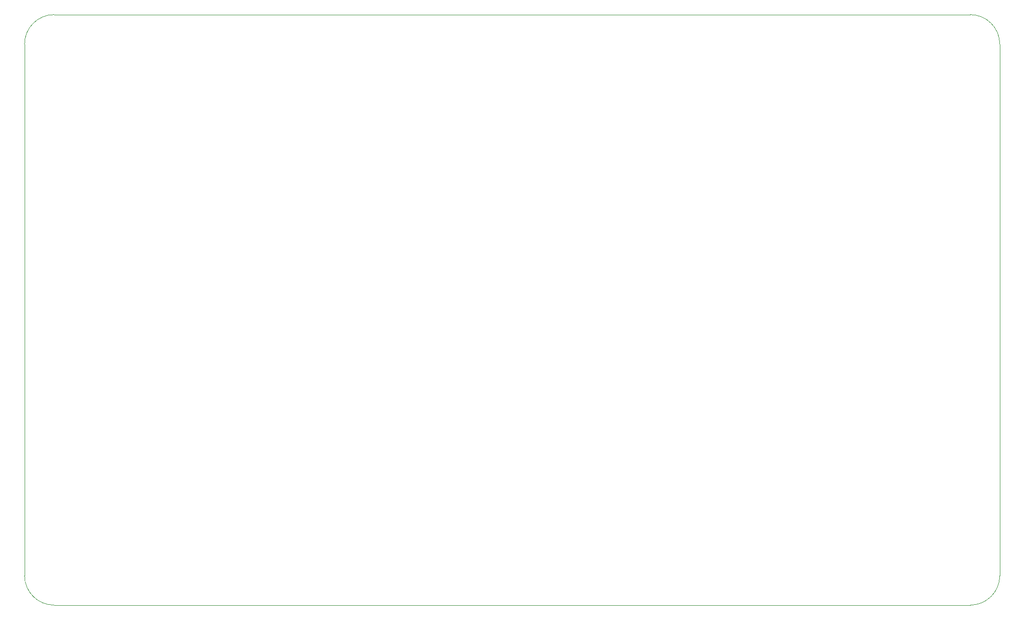
<source format=gbr>
G04 #@! TF.GenerationSoftware,KiCad,Pcbnew,(5.1.8)-1*
G04 #@! TF.CreationDate,2021-11-24T22:08:47-05:00*
G04 #@! TF.ProjectId,mtg_life_counter,6d74675f-6c69-4666-955f-636f756e7465,2.0*
G04 #@! TF.SameCoordinates,Original*
G04 #@! TF.FileFunction,Profile,NP*
%FSLAX46Y46*%
G04 Gerber Fmt 4.6, Leading zero omitted, Abs format (unit mm)*
G04 Created by KiCad (PCBNEW (5.1.8)-1) date 2021-11-24 22:08:47*
%MOMM*%
%LPD*%
G01*
G04 APERTURE LIST*
G04 #@! TA.AperFunction,Profile*
%ADD10C,0.050000*%
G04 #@! TD*
G04 APERTURE END LIST*
D10*
X213360000Y-50800000D02*
G75*
G02*
X218440000Y-55880000I0J-5080000D01*
G01*
X50800000Y-55880000D02*
G75*
G02*
X55880000Y-50800000I5080000J0D01*
G01*
X218440000Y-147320000D02*
G75*
G02*
X213360000Y-152400000I-5080000J0D01*
G01*
X55880000Y-152400000D02*
G75*
G02*
X50800000Y-147320000I0J5080000D01*
G01*
X213360000Y-50800000D02*
X55880000Y-50800000D01*
X218440000Y-147320000D02*
X218440000Y-55880000D01*
X50800000Y-147320000D02*
X50800000Y-55880000D01*
X55880000Y-152400000D02*
X213360000Y-152400000D01*
M02*

</source>
